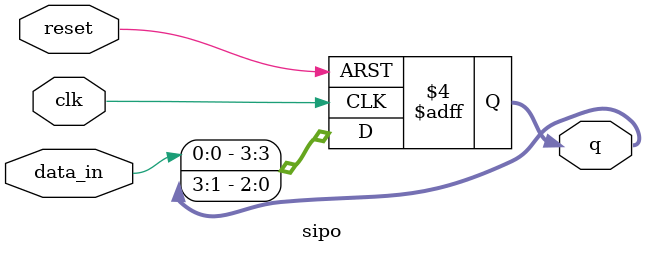
<source format=v>
module sipo(clk, reset, data_in, q);
  input clk, reset;
  input data_in;

  output [3:0] q;

  reg [3:0] q;

  integer i;

  always @(negedge reset or posedge clk) begin
    if (~reset)
      q = 4'b000;
    else
      begin
        for (i = 0;i < 3;i++) 
          q[i] = q[i + 1];
        q[3] = data_in;
      end
  end
endmodule

</source>
